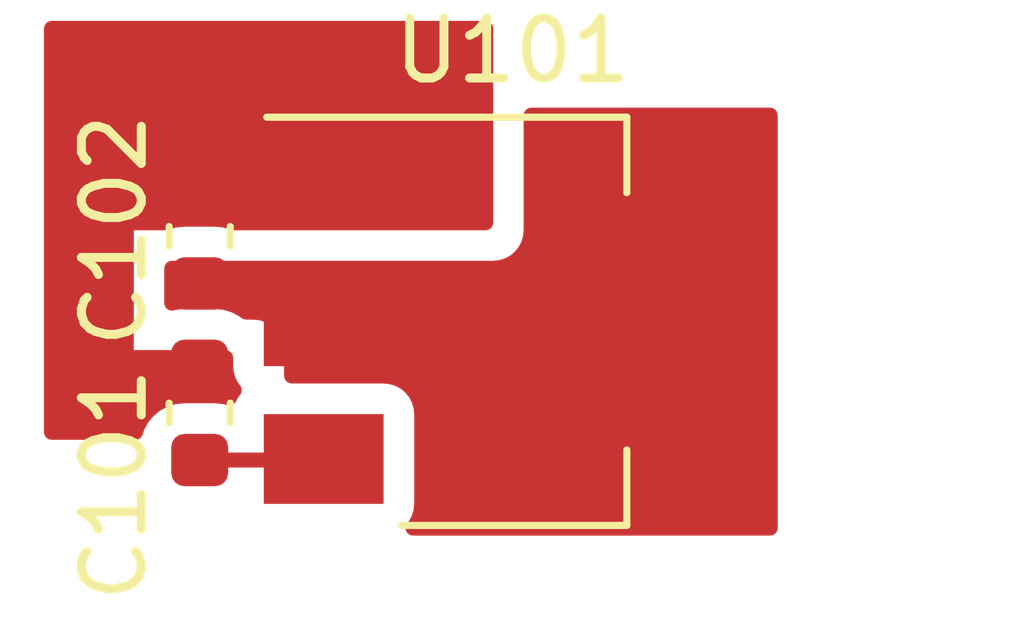
<source format=kicad_pcb>
(kicad_pcb (version 20171130) (host pcbnew 5.1.9)

  (general
    (thickness 1.6)
    (drawings 0)
    (tracks 2)
    (zones 0)
    (modules 3)
    (nets 4)
  )

  (page A4)
  (layers
    (0 F.Cu signal)
    (31 B.Cu signal)
    (32 B.Adhes user)
    (33 F.Adhes user)
    (34 B.Paste user)
    (35 F.Paste user)
    (36 B.SilkS user)
    (37 F.SilkS user)
    (38 B.Mask user)
    (39 F.Mask user)
    (40 Dwgs.User user)
    (41 Cmts.User user)
    (42 Eco1.User user)
    (43 Eco2.User user)
    (44 Edge.Cuts user)
    (45 Margin user)
    (46 B.CrtYd user)
    (47 F.CrtYd user)
    (48 B.Fab user)
    (49 F.Fab user)
  )

  (setup
    (last_trace_width 0.25)
    (trace_clearance 0.2)
    (zone_clearance 0.508)
    (zone_45_only no)
    (trace_min 0.2)
    (via_size 0.8)
    (via_drill 0.4)
    (via_min_size 0.4)
    (via_min_drill 0.3)
    (uvia_size 0.3)
    (uvia_drill 0.1)
    (uvias_allowed no)
    (uvia_min_size 0.2)
    (uvia_min_drill 0.1)
    (edge_width 0.05)
    (segment_width 0.2)
    (pcb_text_width 0.3)
    (pcb_text_size 1.5 1.5)
    (mod_edge_width 0.12)
    (mod_text_size 1 1)
    (mod_text_width 0.15)
    (pad_size 1.524 1.524)
    (pad_drill 0.762)
    (pad_to_mask_clearance 0.051)
    (solder_mask_min_width 0.25)
    (aux_axis_origin 0 0)
    (visible_elements FFFFFF7F)
    (pcbplotparams
      (layerselection 0x010fc_ffffffff)
      (usegerberextensions false)
      (usegerberattributes false)
      (usegerberadvancedattributes false)
      (creategerberjobfile false)
      (excludeedgelayer true)
      (linewidth 0.100000)
      (plotframeref false)
      (viasonmask false)
      (mode 1)
      (useauxorigin false)
      (hpglpennumber 1)
      (hpglpenspeed 20)
      (hpglpendiameter 15.000000)
      (psnegative false)
      (psa4output false)
      (plotreference true)
      (plotvalue true)
      (plotinvisibletext false)
      (padsonsilk false)
      (subtractmaskfromsilk false)
      (outputformat 1)
      (mirror false)
      (drillshape 1)
      (scaleselection 1)
      (outputdirectory ""))
  )

  (net 0 "")
  (net 1 /GND)
  (net 2 /VIN)
  (net 3 /VOUT)

  (net_class Default "This is the default net class."
    (clearance 0.2)
    (trace_width 0.25)
    (via_dia 0.8)
    (via_drill 0.4)
    (uvia_dia 0.3)
    (uvia_drill 0.1)
    (add_net /GND)
    (add_net /VIN)
    (add_net /VOUT)
  )

  (module Package_TO_SOT_SMD:SOT-223-3_TabPin2 (layer F.Cu) (tedit 5A02FF57) (tstamp 5E24BDCC)
    (at 142.82 93.52)
    (descr "module CMS SOT223 4 pins")
    (tags "CMS SOT")
    (path /5E246B49)
    (attr smd)
    (fp_text reference U101 (at 0 -4.52) (layer F.SilkS)
      (effects (font (size 1 1) (thickness 0.15)))
    )
    (fp_text value NCP1117-3.3_SOT223 (at 0 4.5) (layer F.Fab)
      (effects (font (size 1 1) (thickness 0.15)))
    )
    (fp_line (start 1.91 3.41) (end 1.91 2.15) (layer F.SilkS) (width 0.12))
    (fp_line (start 1.91 -3.41) (end 1.91 -2.15) (layer F.SilkS) (width 0.12))
    (fp_line (start 4.4 -3.6) (end -4.4 -3.6) (layer F.CrtYd) (width 0.05))
    (fp_line (start 4.4 3.6) (end 4.4 -3.6) (layer F.CrtYd) (width 0.05))
    (fp_line (start -4.4 3.6) (end 4.4 3.6) (layer F.CrtYd) (width 0.05))
    (fp_line (start -4.4 -3.6) (end -4.4 3.6) (layer F.CrtYd) (width 0.05))
    (fp_line (start -1.85 -2.35) (end -0.85 -3.35) (layer F.Fab) (width 0.1))
    (fp_line (start -1.85 -2.35) (end -1.85 3.35) (layer F.Fab) (width 0.1))
    (fp_line (start -1.85 3.41) (end 1.91 3.41) (layer F.SilkS) (width 0.12))
    (fp_line (start -0.85 -3.35) (end 1.85 -3.35) (layer F.Fab) (width 0.1))
    (fp_line (start -4.1 -3.41) (end 1.91 -3.41) (layer F.SilkS) (width 0.12))
    (fp_line (start -1.85 3.35) (end 1.85 3.35) (layer F.Fab) (width 0.1))
    (fp_line (start 1.85 -3.35) (end 1.85 3.35) (layer F.Fab) (width 0.1))
    (fp_text user %R (at 0 0 90) (layer F.Fab)
      (effects (font (size 0.8 0.8) (thickness 0.12)))
    )
    (pad 1 smd rect (at -3.15 -2.3) (size 2 1.5) (layers F.Cu F.Paste F.Mask)
      (net 1 /GND))
    (pad 3 smd rect (at -3.15 2.3) (size 2 1.5) (layers F.Cu F.Paste F.Mask)
      (net 2 /VIN))
    (pad 2 smd rect (at -3.15 0) (size 2 1.5) (layers F.Cu F.Paste F.Mask)
      (net 3 /VOUT))
    (pad 2 smd rect (at 3.15 0) (size 2 3.8) (layers F.Cu F.Paste F.Mask)
      (net 3 /VOUT))
    (model ${KISYS3DMOD}/Package_TO_SOT_SMD.3dshapes/SOT-223.wrl
      (at (xyz 0 0 0))
      (scale (xyz 1 1 1))
      (rotate (xyz 0 0 0))
    )
  )

  (module Capacitor_SMD:C_0603_1608Metric (layer F.Cu) (tedit 5B301BBE) (tstamp 5E24BDB6)
    (at 137.6 92.1 90)
    (descr "Capacitor SMD 0603 (1608 Metric), square (rectangular) end terminal, IPC_7351 nominal, (Body size source: http://www.tortai-tech.com/upload/download/2011102023233369053.pdf), generated with kicad-footprint-generator")
    (tags capacitor)
    (path /5E24895C)
    (attr smd)
    (fp_text reference C102 (at 0.1 -1.43 90) (layer F.SilkS)
      (effects (font (size 1 1) (thickness 0.15)))
    )
    (fp_text value 1uF (at 0 1.43 90) (layer F.Fab)
      (effects (font (size 1 1) (thickness 0.15)))
    )
    (fp_line (start -0.8 0.4) (end -0.8 -0.4) (layer F.Fab) (width 0.1))
    (fp_line (start -0.8 -0.4) (end 0.8 -0.4) (layer F.Fab) (width 0.1))
    (fp_line (start 0.8 -0.4) (end 0.8 0.4) (layer F.Fab) (width 0.1))
    (fp_line (start 0.8 0.4) (end -0.8 0.4) (layer F.Fab) (width 0.1))
    (fp_line (start -0.162779 -0.51) (end 0.162779 -0.51) (layer F.SilkS) (width 0.12))
    (fp_line (start -0.162779 0.51) (end 0.162779 0.51) (layer F.SilkS) (width 0.12))
    (fp_line (start -1.48 0.73) (end -1.48 -0.73) (layer F.CrtYd) (width 0.05))
    (fp_line (start -1.48 -0.73) (end 1.48 -0.73) (layer F.CrtYd) (width 0.05))
    (fp_line (start 1.48 -0.73) (end 1.48 0.73) (layer F.CrtYd) (width 0.05))
    (fp_line (start 1.48 0.73) (end -1.48 0.73) (layer F.CrtYd) (width 0.05))
    (fp_text user %R (at 0 0 90) (layer F.Fab)
      (effects (font (size 0.4 0.4) (thickness 0.06)))
    )
    (pad 2 smd roundrect (at 0.7875 0 90) (size 0.875 0.95) (layers F.Cu F.Paste F.Mask) (roundrect_rratio 0.25)
      (net 1 /GND))
    (pad 1 smd roundrect (at -0.7875 0 90) (size 0.875 0.95) (layers F.Cu F.Paste F.Mask) (roundrect_rratio 0.25)
      (net 3 /VOUT))
    (model ${KISYS3DMOD}/Capacitor_SMD.3dshapes/C_0603_1608Metric.wrl
      (at (xyz 0 0 0))
      (scale (xyz 1 1 1))
      (rotate (xyz 0 0 0))
    )
  )

  (module Capacitor_SMD:C_0603_1608Metric (layer F.Cu) (tedit 5B301BBE) (tstamp 5E24BDA5)
    (at 137.6 95.05 90)
    (descr "Capacitor SMD 0603 (1608 Metric), square (rectangular) end terminal, IPC_7351 nominal, (Body size source: http://www.tortai-tech.com/upload/download/2011102023233369053.pdf), generated with kicad-footprint-generator")
    (tags capacitor)
    (path /5E248390)
    (attr smd)
    (fp_text reference C101 (at -1.2 -1.43 90) (layer F.SilkS)
      (effects (font (size 1 1) (thickness 0.15)))
    )
    (fp_text value 1uF (at 0 1.43 90) (layer F.Fab)
      (effects (font (size 1 1) (thickness 0.15)))
    )
    (fp_line (start -0.8 0.4) (end -0.8 -0.4) (layer F.Fab) (width 0.1))
    (fp_line (start -0.8 -0.4) (end 0.8 -0.4) (layer F.Fab) (width 0.1))
    (fp_line (start 0.8 -0.4) (end 0.8 0.4) (layer F.Fab) (width 0.1))
    (fp_line (start 0.8 0.4) (end -0.8 0.4) (layer F.Fab) (width 0.1))
    (fp_line (start -0.162779 -0.51) (end 0.162779 -0.51) (layer F.SilkS) (width 0.12))
    (fp_line (start -0.162779 0.51) (end 0.162779 0.51) (layer F.SilkS) (width 0.12))
    (fp_line (start -1.48 0.73) (end -1.48 -0.73) (layer F.CrtYd) (width 0.05))
    (fp_line (start -1.48 -0.73) (end 1.48 -0.73) (layer F.CrtYd) (width 0.05))
    (fp_line (start 1.48 -0.73) (end 1.48 0.73) (layer F.CrtYd) (width 0.05))
    (fp_line (start 1.48 0.73) (end -1.48 0.73) (layer F.CrtYd) (width 0.05))
    (fp_text user %R (at 0 0 90) (layer F.Fab)
      (effects (font (size 0.4 0.4) (thickness 0.06)))
    )
    (pad 2 smd roundrect (at 0.7875 0 90) (size 0.875 0.95) (layers F.Cu F.Paste F.Mask) (roundrect_rratio 0.25)
      (net 1 /GND))
    (pad 1 smd roundrect (at -0.7875 0 90) (size 0.875 0.95) (layers F.Cu F.Paste F.Mask) (roundrect_rratio 0.25)
      (net 2 /VIN))
    (model ${KISYS3DMOD}/Capacitor_SMD.3dshapes/C_0603_1608Metric.wrl
      (at (xyz 0 0 0))
      (scale (xyz 1 1 1))
      (rotate (xyz 0 0 0))
    )
  )

  (segment (start 139.6525 95.8375) (end 139.67 95.82) (width 0.25) (layer F.Cu) (net 2))
  (segment (start 137.6 95.8375) (end 139.6525 95.8375) (width 0.25) (layer F.Cu) (net 2))

  (zone (net 3) (net_name /VOUT) (layer F.Cu) (tstamp 0) (hatch edge 0.508)
    (priority 1)
    (connect_pads thru_hole_only (clearance 0.508))
    (min_thickness 0.254)
    (fill yes (arc_segments 32) (thermal_gap 0.508) (thermal_bridge_width 0.508))
    (polygon
      (pts
        (xy 147.25 97.1) (xy 136.8 97.1) (xy 136.8 89.95) (xy 147.25 89.95)
      )
    )
    (filled_polygon
      (pts
        (xy 147.123 96.973) (xy 141.160729 96.973) (xy 141.200537 96.924494) (xy 141.259502 96.81418) (xy 141.295812 96.694482)
        (xy 141.308072 96.57) (xy 141.308072 95.07) (xy 141.295812 94.945518) (xy 141.259502 94.82582) (xy 141.200537 94.715506)
        (xy 141.121185 94.618815) (xy 141.024494 94.539463) (xy 140.91418 94.480498) (xy 140.794482 94.444188) (xy 140.67 94.431928)
        (xy 139.135 94.431928) (xy 139.135 94) (xy 139.122799 93.876118) (xy 139.086664 93.756996) (xy 139.027983 93.647213)
        (xy 138.949013 93.550987) (xy 138.852787 93.472017) (xy 138.743004 93.413336) (xy 138.623882 93.377201) (xy 138.5 93.365)
        (xy 138.373304 93.365) (xy 138.332275 93.331329) (xy 138.184142 93.25215) (xy 138.023408 93.203392) (xy 137.85625 93.186928)
        (xy 137.34375 93.186928) (xy 137.176592 93.203392) (xy 137.135 93.216009) (xy 137.135 92.635) (xy 142.5 92.635)
        (xy 142.623882 92.622799) (xy 142.743004 92.586664) (xy 142.852787 92.527983) (xy 142.949013 92.449013) (xy 143.027983 92.352787)
        (xy 143.086664 92.243004) (xy 143.122799 92.123882) (xy 143.135 92) (xy 143.135 90.077) (xy 147.123 90.077)
      )
    )
  )
  (zone (net 1) (net_name /GND) (layer F.Cu) (tstamp 0) (hatch edge 0.508)
    (priority 2)
    (connect_pads thru_hole_only (clearance 0.508))
    (min_thickness 0.254)
    (fill yes (arc_segments 32) (thermal_gap 0.508) (thermal_bridge_width 0.508))
    (polygon
      (pts
        (xy 142.5 92) (xy 136.5 92) (xy 136.5 94) (xy 138.5 94) (xy 138.5 95.5)
        (xy 135 95.5) (xy 135 88.5) (xy 142.5 88.5)
      )
    )
    (filled_polygon
      (pts
        (xy 142.373 91.873) (xy 138.170461 91.873) (xy 138.023408 91.828392) (xy 137.85625 91.811928) (xy 137.34375 91.811928)
        (xy 137.176592 91.828392) (xy 137.029539 91.873) (xy 136.5 91.873) (xy 136.475224 91.87544) (xy 136.451399 91.882667)
        (xy 136.429443 91.894403) (xy 136.410197 91.910197) (xy 136.394403 91.929443) (xy 136.382667 91.951399) (xy 136.37544 91.975224)
        (xy 136.373 92) (xy 136.373 94) (xy 136.37544 94.024776) (xy 136.382667 94.048601) (xy 136.394403 94.070557)
        (xy 136.410197 94.089803) (xy 136.429443 94.105597) (xy 136.451399 94.117333) (xy 136.475224 94.12456) (xy 136.5 94.127)
        (xy 138.031928 94.127) (xy 138.031928 94.27) (xy 138.044188 94.394482) (xy 138.080498 94.51418) (xy 138.139463 94.624494)
        (xy 138.176809 94.67) (xy 138.139463 94.715506) (xy 138.094347 94.799911) (xy 138.023408 94.778392) (xy 137.85625 94.761928)
        (xy 137.34375 94.761928) (xy 137.176592 94.778392) (xy 137.015858 94.82715) (xy 136.867725 94.906329) (xy 136.737885 95.012885)
        (xy 136.631329 95.142725) (xy 136.55215 95.290858) (xy 136.527233 95.373) (xy 135.127 95.373) (xy 135.127 88.627)
        (xy 142.373 88.627)
      )
    )
  )
)

</source>
